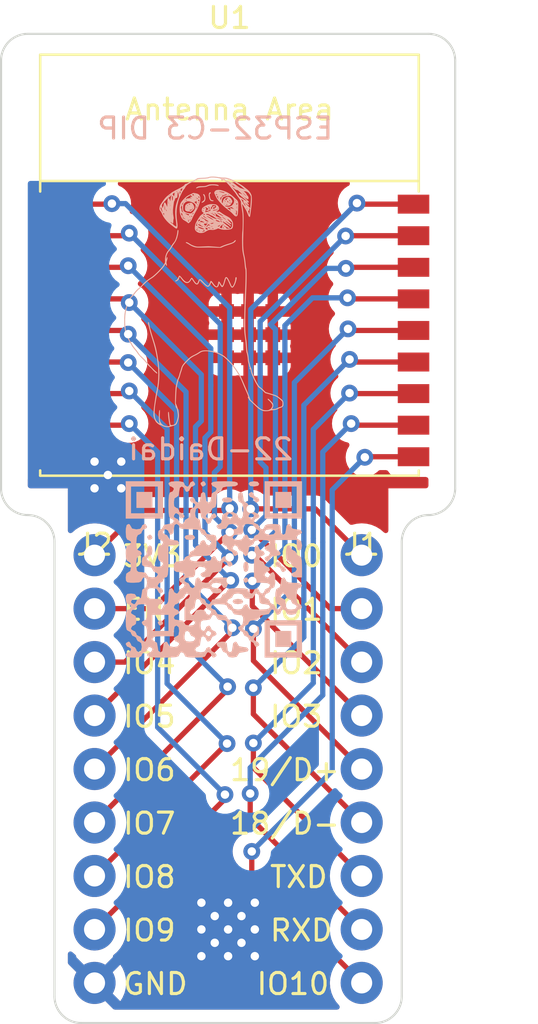
<source format=kicad_pcb>
(kicad_pcb (version 20221018) (generator pcbnew)
  (layers (0 "F.Cu" signal) (31 "B.Cu" signal) (34 "B.Paste" user) (35 "F.Paste" user) (36 "B.SilkS" user "B.Silkscreen") (37 "F.SilkS" user "F.Silkscreen") (38 "B.Mask" user) (39 "F.Mask" user) (44 "Edge.Cuts" user))
  (net 0 "")
  (net 1 "+3.3V")
  (net 2 "Net-(J2-Pin_2)")
  (net 3 "Net-(J2-Pin_3)")
  (net 4 "Net-(J2-Pin_4)")
  (net 5 "Net-(J2-Pin_5)")
  (net 6 "Net-(J2-Pin_6)")
  (net 7 "Net-(J2-Pin_7)")
  (net 8 "Net-(J2-Pin_8)")
  (net 9 "GND")
  (net 10 "Net-(J1-Pin_9)")
  (net 11 "Net-(J1-Pin_8)")
  (net 12 "Net-(J1-Pin_7)")
  (net 13 "Net-(J1-Pin_6)")
  (net 14 "Net-(J1-Pin_5)")
  (net 15 "Net-(J1-Pin_4)")
  (net 16 "Net-(J1-Pin_3)")
  (net 17 "Net-(J1-Pin_2)")
  (net 18 "Net-(J1-Pin_1)")
  (footprint "1_My_CustomFootprints:Conn_Pin_1x9" (layer "F.Cu") (at 151.13 95.25)
    (fp_text reference "J1" (at 0 -0.5 unlocked) (layer "F.SilkS"))
    (fp_text value "Conn_01x09_Pin")
    (pad "1" thru_hole circle (at 0 0) (size 2 2) (drill 1) (layers "*.Cu" "*.Mask") (net 18 "Net-(J1-Pin_1)"))
    (pad "2" thru_hole circle (at 0 2.54) (size 2 2) (drill 1) (layers "*.Cu" "*.Mask") (net 17 "Net-(J1-Pin_2)"))
    (pad "3" thru_hole circle (at 0 5.08) (size 2 2) (drill 1) (layers "*.Cu" "*.Mask") (net 16 "Net-(J1-Pin_3)"))
    (pad "4" thru_hole circle (at 0 7.62) (size 2 2) (drill 1) (layers "*.Cu" "*.Mask") (net 15 "Net-(J1-Pin_4)"))
    (pad "5" thru_hole circle (at 0 10.16) (size 2 2) (drill 1) (layers "*.Cu" "*.Mask") (net 14 "Net-(J1-Pin_5)"))
    (pad "6" thru_hole circle (at 0 12.7) (size 2 2) (drill 1) (layers "*.Cu" "*.Mask") (net 13 "Net-(J1-Pin_6)"))
    (pad "7" thru_hole circle (at 0 15.24) (size 2 2) (drill 1) (layers "*.Cu" "*.Mask") (net 12 "Net-(J1-Pin_7)"))
    (pad "8" thru_hole circle (at 0 17.78) (size 2 2) (drill 1) (layers "*.Cu" "*.Mask") (net 11 "Net-(J1-Pin_8)"))
    (pad "9" thru_hole circle (at 0 20.32) (size 2 2) (drill 1) (layers "*.Cu" "*.Mask") (net 10 "Net-(J1-Pin_9)"))
  )
  (footprint "Espressif:ESP32-C3-WROOM-02" (layer "F.Cu") (at 144.845 84.475)
    (fp_text reference "U1" (at 0 -14.75) (layer "F.SilkS"))
    (fp_text value "ESP32-C3-WROOM-02")
    (fp_text user "Antenna Area" (at 0 -10.4) (layer "F.SilkS"))
    (pad "1" smd rect (at -8.75 -5.9) (size 1.5 0.9) (layers "F.Cu" "F.Paste" "F.Mask") (net 1 "+3.3V"))
    (pad "2" smd rect (at -8.75 -4.4) (size 1.5 0.9) (layers "F.Cu" "F.Paste" "F.Mask") (net 2 "Net-(J2-Pin_2)"))
    (pad "3" smd rect (at -8.75 -2.9) (size 1.5 0.9) (layers "F.Cu" "F.Paste" "F.Mask") (net 3 "Net-(J2-Pin_3)"))
    (pad "4" smd rect (at -8.75 -1.4) (size 1.5 0.9) (layers "F.Cu" "F.Paste" "F.Mask") (net 4 "Net-(J2-Pin_4)"))
    (pad "5" smd rect (at -8.75 0.1) (size 1.5 0.9) (layers "F.Cu" "F.Paste" "F.Mask") (net 5 "Net-(J2-Pin_5)"))
    (pad "6" smd rect (at -8.75 1.6) (size 1.5 0.9) (layers "F.Cu" "F.Paste" "F.Mask") (net 6 "Net-(J2-Pin_6)"))
    (pad "7" smd rect (at -8.75 3.1) (size 1.5 0.9) (layers "F.Cu" "F.Paste" "F.Mask") (net 7 "Net-(J2-Pin_7)"))
    (pad "8" smd rect (at -8.75 4.6) (size 1.5 0.9) (layers "F.Cu" "F.Paste" "F.Mask") (net 8 "Net-(J2-Pin_8)"))
    (pad "9" smd rect (at -8.75 6.1) (size 1.5 0.9) (layers "F.Cu" "F.Paste" "F.Mask") (net 9 "GND"))
    (pad "10" smd rect (at 8.75 6.1 180) (size 1.5 0.9) (layers "F.Cu" "F.Paste" "F.Mask") (net 10 "Net-(J1-Pin_9)"))
    (pad "11" smd rect (at 8.75 4.6 180) (size 1.5 0.9) (layers "F.Cu" "F.Paste" "F.Mask") (net 11 "Net-(J1-Pin_8)"))
    (pad "12" smd rect (at 8.75 3.1 180) (size 1.5 0.9) (layers "F.Cu" "F.Paste" "F.Mask") (net 12 "Net-(J1-Pin_7)"))
    (pad "13" smd rect (at 8.75 1.6 180) (size 1.5 0.9) (layers "F.Cu" "F.Paste" "F.Mask") (net 13 "Net-(J1-Pin_6)"))
    (pad "14" smd rect (at 8.75 0.1 180) (size 1.5 0.9) (layers "F.Cu" "F.Paste" "F.Mask") (net 14 "Net-(J1-Pin_5)"))
    (pad "15" smd rect (at 8.75 -1.4 180) (size 1.5 0.9) (layers "F.Cu" "F.Paste" "F.Mask") (net 15 "Net-(J1-Pin_4)"))
    (pad "16" smd rect (at 8.75 -2.9 180) (size 1.5 0.9) (layers "F.Cu" "F.Paste" "F.Mask") (net 16 "Net-(J1-Pin_3)"))
    (pad "17" smd rect (at 8.75 -4.4 180) (size 1.5 0.9) (layers "F.Cu" "F.Paste" "F.Mask") (net 17 "Net-(J1-Pin_2)"))
    (pad "18" smd rect (at 8.75 -5.9 180) (size 1.5 0.9) (layers "F.Cu" "F.Paste" "F.Mask") (net 18 "Net-(J1-Pin_1)"))
    (pad "19" smd rect (at -0.14 -0.8 180) (size 0.7 0.7) (layers "F.Cu" "F.Paste" "F.Mask") (net 9 "GND"))
    (pad "19" smd rect (at -0.14 0.3 180) (size 0.7 0.7) (layers "F.Cu" "F.Paste" "F.Mask") (net 9 "GND"))
    (pad "19" smd rect (at -0.14 1.4 180) (size 0.7 0.7) (layers "F.Cu" "F.Paste" "F.Mask") (net 9 "GND"))
    (pad "19" smd rect (at 0.91 -0.8 180) (size 0.7 0.7) (layers "F.Cu" "F.Paste" "F.Mask") (net 9 "GND"))
    (pad "19" smd rect (at 0.91 0.3 180) (size 0.7 0.7) (layers "F.Cu" "F.Paste" "F.Mask") (net 9 "GND"))
    (pad "19" smd rect (at 0.91 1.4 180) (size 0.7 0.7) (layers "F.Cu" "F.Paste" "F.Mask") (net 9 "GND"))
    (pad "19" smd rect (at 2.06 -0.8 180) (size 0.7 0.7) (layers "F.Cu" "F.Paste" "F.Mask") (net 9 "GND"))
    (pad "19" smd rect (at 2.06 0.3 180) (size 0.7 0.7) (layers "F.Cu" "F.Paste" "F.Mask") (net 9 "GND"))
    (pad "19" smd rect (at 2.06 1.4 180) (size 0.7 0.7) (layers "F.Cu" "F.Paste" "F.Mask") (net 9 "GND"))
    (zone (net 0) (net_name "") (layers "*.Cu") (name "antenna keepout") (connect_pads (clearance 0)) (min_thickness 0.254)
      (keepout (tracks not_allowed) (vias not_allowed) (pads not_allowed) (copperpour not_allowed) (footprints not_allowed))
      (fill (thermal_gap 0.508) (thermal_bridge_width 0.508))
      (polygon (pts (xy 153.845 77.475) (xy 135.845 77.475) (xy 135.845 71.475) (xy 153.845 71.475)))
    )
  )
  (footprint "1_My_CustomFootprints:Conn_Pin_1x9" (layer "F.Cu") (at 138.43 95.25)
    (fp_text reference "J2" (at 0 -0.5 unlocked) (layer "F.SilkS"))
    (fp_text value "Conn_01x09_Pin")
    (pad "1" thru_hole circle (at 0 0) (size 2 2) (drill 1) (layers "*.Cu" "*.Mask") (net 1 "+3.3V"))
    (pad "2" thru_hole circle (at 0 2.54) (size 2 2) (drill 1) (layers "*.Cu" "*.Mask") (net 2 "Net-(J2-Pin_2)"))
    (pad "3" thru_hole circle (at 0 5.08) (size 2 2) (drill 1) (layers "*.Cu" "*.Mask") (net 3 "Net-(J2-Pin_3)"))
    (pad "4" thru_hole circle (at 0 7.62) (size 2 2) (drill 1) (layers "*.Cu" "*.Mask") (net 4 "Net-(J2-Pin_4)"))
    (pad "5" thru_hole circle (at 0 10.16) (size 2 2) (drill 1) (layers "*.Cu" "*.Mask") (net 5 "Net-(J2-Pin_5)"))
    (pad "6" thru_hole circle (at 0 12.7) (size 2 2) (drill 1) (layers "*.Cu" "*.Mask") (net 6 "Net-(J2-Pin_6)"))
    (pad "7" thru_hole circle (at 0 15.24) (size 2 2) (drill 1) (layers "*.Cu" "*.Mask") (net 7 "Net-(J2-Pin_7)"))
    (pad "8" thru_hole circle (at 0 17.78) (size 2 2) (drill 1) (layers "*.Cu" "*.Mask") (net 8 "Net-(J2-Pin_8)"))
    (pad "9" thru_hole circle (at 0 20.32) (size 2 2) (drill 1) (layers "*.Cu" "*.Mask") (net 9 "GND"))
  )
  (footprint "MyLogos:Apo15x15" (layer "F.Cu") (at 143.51 83.82)
    (fp_text reference "G***" hide)
    (fp_text value "LOGO" hide)
  )
  (footprint "MyLogos:myQR" (layer "F.Cu") (at 144.145 95.885)
    (fp_text reference " " hide)
    (fp_text value "LOGO" hide)
  )
  (gr_arc (start 137.795 117.475) (mid 136.896974 117.103026) (end 136.525 116.205) (stroke (width 0.1)) (layer "Edge.Cuts"))
  (gr_line (start 155.575 71.755) (end 155.575 92.075) (stroke (width 0.1)) (layer "Edge.Cuts"))
  (gr_arc (start 135.255 93.345) (mid 134.356974 92.973026) (end 133.985 92.075) (stroke (width 0.1)) (layer "Edge.Cuts"))
  (gr_arc (start 153.035 116.205) (mid 152.663026 117.103026) (end 151.765 117.475) (stroke (width 0.1)) (layer "Edge.Cuts"))
  (gr_arc (start 153.035 94.615) (mid 153.406974 93.716974) (end 154.305 93.345) (stroke (width 0.1)) (layer "Edge.Cuts"))
  (gr_arc (start 135.255 93.345) (mid 136.153026 93.716974) (end 136.525 94.615) (stroke (width 0.1)) (layer "Edge.Cuts"))
  (gr_line (start 153.035 94.615) (end 153.035 116.205) (stroke (width 0.1)) (layer "Edge.Cuts"))
  (gr_arc (start 155.575 92.075) (mid 155.203026 92.973026) (end 154.305 93.345) (stroke (width 0.1)) (layer "Edge.Cuts"))
  (gr_line (start 135.255 70.485) (end 154.305 70.485) (stroke (width 0.1)) (layer "Edge.Cuts"))
  (gr_line (start 133.985 92.075) (end 133.985 71.755) (stroke (width 0.1)) (layer "Edge.Cuts"))
  (gr_line (start 136.525 116.205) (end 136.525 94.615) (stroke (width 0.1)) (layer "Edge.Cuts"))
  (gr_arc (start 154.305 70.485) (mid 155.203026 70.856974) (end 155.575 71.755) (stroke (width 0.1)) (layer "Edge.Cuts"))
  (gr_line (start 151.765 117.475) (end 137.795 117.475) (stroke (width 0.1)) (layer "Edge.Cuts"))
  (gr_arc (start 133.985 71.755) (mid 134.356974 70.856974) (end 135.255 70.485) (stroke (width 0.1)) (layer "Edge.Cuts"))
  (gr_text "ESP32-C3 DIP" (at 149.86 75.565) (layer "B.SilkS") (effects (font (size 1 1)) (justify left bottom mirror)))
  (gr_text "22-Daidai\n" (at 147.955 90.805) (layer "B.SilkS") (effects (font (size 1 1)) (justify left bottom mirror)))
  (gr_text "RXD\n" (at 146.685 113.665) (layer "F.SilkS") (effects (font (size 1 1)) (justify left bottom)))
  (gr_text "IO7" (at 139.7 108.585) (layer "F.SilkS") (effects (font (size 1 1)) (justify left bottom)))
  (gr_text "IO9" (at 139.7 113.665) (layer "F.SilkS") (effects (font (size 1 1)) (justify left bottom)))
  (gr_text "IO0" (at 146.685 95.885) (layer "F.SilkS") (effects (font (size 1 1)) (justify left bottom)))
  (gr_text "IO6" (at 139.7 106.045) (layer "F.SilkS") (effects (font (size 1 1)) (justify left bottom)))
  (gr_text "IO10\n" (at 146.05 116.205) (layer "F.SilkS") (effects (font (size 1 1)) (justify left bottom)))
  (gr_text "GND\n" (at 139.7 116.205) (layer "F.SilkS") (effects (font (size 1 1)) (justify left bottom)))
  (gr_text "18/D-" (at 144.78 108.585) (layer "F.SilkS") (effects (font (size 1 1)) (justify left bottom)))
  (gr_text "IO2" (at 146.685 100.965) (layer "F.SilkS") (effects (font (size 1 1)) (justify left bottom)))
  (gr_text "EN\n" (at 139.7 98.425) (layer "F.SilkS") (effects (font (size 1 1)) (justify left bottom)))
  (gr_text "IO3" (at 146.685 103.505) (layer "F.SilkS") (effects (font (size 1 1)) (justify left bottom)))
  (gr_text "IO8" (at 139.7 111.125) (layer "F.SilkS") (effects (font (size 1 1)) (justify left bottom)))
  (gr_text "19/D+\n" (at 144.78 106.045) (layer "F.SilkS") (effects (font (size 1 1)) (justify left bottom)))
  (gr_text "IO1\n" (at 146.685 98.425) (layer "F.SilkS") (effects (font (size 1 1)) (justify left bottom)))
  (gr_text "IO5" (at 139.7 103.505) (layer "F.SilkS") (effects (font (size 1 1)) (justify left bottom)))
  (gr_text "TXD\n" (at 146.685 111.125) (layer "F.SilkS") (effects (font (size 1 1)) (justify left bottom)))
  (gr_text "3V3" (at 139.7 95.885) (layer "F.SilkS") (effects (font (size 1 1)) (justify left bottom)))
  (gr_text "IO4" (at 139.7 100.965) (layer "F.SilkS") (effects (font (size 1 1)) (justify left bottom)))
  (segment (start 144.855 93.025) (end 144.755 93.125) (width 0.25) (layer "F.Cu") (net 1))
  (segment (start 140.455 93.225) (end 138.43 95.25) (width 0.25) (layer "F.Cu") (net 1))
  (segment (start 136.095 78.575) (end 139.23 78.575) (width 0.25) (layer "F.Cu") (net 1))
  (segment (start 140.455 93.125) (end 140.455 93.225) (width 0.25) (layer "F.Cu") (net 1))
  (segment (start 139.23 78.575) (end 139.255 78.55) (width 0.25) (layer "F.Cu") (net 1))
  (segment (start 144.755 93.125) (end 140.455 93.125) (width 0.25) (layer "F.Cu") (net 1))
  (via (at 139.255 78.55) (size 0.8) (drill 0.4) (layers "F.Cu" "B.Cu") (net 1))
  (via (at 144.855 93.025) (size 0.8) (drill 0.4) (layers "F.Cu" "B.Cu") (net 1))
  (segment (start 144.855 83.5) (end 144.855 93.025) (width 0.25) (layer "B.Cu") (net 1))
  (segment (start 139.905 78.55) (end 144.855 83.5) (width 0.25) (layer "B.Cu") (net 1))
  (segment (start 139.255 78.55) (end 139.905 78.55) (width 0.25) (layer "B.Cu") (net 1))
  (segment (start 136.095 80.075) (end 139.955 80.075) (width 0.25) (layer "F.Cu") (net 2))
  (segment (start 141.215 97.79) (end 138.43 97.79) (width 0.25) (layer "F.Cu") (net 2))
  (segment (start 144.855 94.15) (end 141.215 97.79) (width 0.25) (layer "F.Cu") (net 2))
  (segment (start 139.955 80.075) (end 140.08 79.95) (width 0.25) (layer "F.Cu") (net 2))
  (via (at 144.855 94.15) (size 0.8) (drill 0.4) (layers "F.Cu" "B.Cu") (net 2))
  (via (at 140.08 79.95) (size 0.8) (drill 0.4) (layers "F.Cu" "B.Cu") (net 2))
  (segment (start 144.13 93.425) (end 144.855 94.15) (width 0.25) (layer "B.Cu") (net 2))
  (segment (start 144.405 84.275) (end 144.405 91.05) (width 0.25) (layer "B.Cu") (net 2))
  (segment (start 144.13 91.325) (end 144.13 93.425) (width 0.25) (layer "B.Cu") (net 2))
  (segment (start 140.08 79.95) (end 144.405 84.275) (width 0.25) (layer "B.Cu") (net 2))
  (segment (start 144.405 91.05) (end 144.13 91.325) (width 0.25) (layer "B.Cu") (net 2))
  (segment (start 136.095 81.575) (end 139.955 81.575) (width 0.25) (layer "F.Cu") (net 3))
  (segment (start 144.855 95.35) (end 139.875 100.33) (width 0.25) (layer "F.Cu") (net 3))
  (segment (start 139.955 81.575) (end 140.03 81.5) (width 0.25) (layer "F.Cu") (net 3))
  (segment (start 139.875 100.33) (end 138.43 100.33) (width 0.25) (layer "F.Cu") (net 3))
  (via (at 140.03 81.5) (size 0.8) (drill 0.4) (layers "F.Cu" "B.Cu") (net 3))
  (via (at 144.855 95.35) (size 0.8) (drill 0.4) (layers "F.Cu" "B.Cu") (net 3))
  (segment (start 143.955 89.4) (end 143.68 89.675) (width 0.25) (layer "B.Cu") (net 3))
  (segment (start 143.68 94.175) (end 144.855 95.35) (width 0.25) (layer "B.Cu") (net 3))
  (segment (start 143.68 89.675) (end 143.68 94.175) (width 0.25) (layer "B.Cu") (net 3))
  (segment (start 140.03 81.5) (end 143.955 85.425) (width 0.25) (layer "B.Cu") (net 3))
  (segment (start 143.955 87.225) (end 143.955 87.125) (width 0.25) (layer "B.Cu") (net 3))
  (segment (start 143.955 85.425) (end 143.955 87.225) (width 0.25) (layer "B.Cu") (net 3))
  (segment (start 143.955 87.125) (end 143.955 89.225) (width 0.25) (layer "B.Cu") (net 3))
  (segment (start 143.955 89.225) (end 143.955 89.4) (width 0.25) (layer "B.Cu") (net 3))
  (segment (start 139.905 83.075) (end 140.08 83.25) (width 0.25) (layer "F.Cu") (net 4))
  (segment (start 136.095 83.075) (end 139.905 83.075) (width 0.25) (layer "F.Cu") (net 4))
  (segment (start 144.85 96.45) (end 138.43 102.87) (width 0.25) (layer "F.Cu") (net 4))
  (segment (start 144.905 96.45) (end 144.85 96.45) (width 0.25) (layer "F.Cu") (net 4))
  (via (at 144.905 96.45) (size 0.8) (drill 0.4) (layers "F.Cu" "B.Cu") (net 4))
  (via (at 140.08 83.25) (size 0.8) (drill 0.4) (layers "F.Cu" "B.Cu") (net 4))
  (segment (start 143.23 94.775) (end 144.905 96.45) (width 0.25) (layer "B.Cu") (net 4))
  (segment (start 143.23 89.15) (end 143.23 94.775) (width 0.25) (layer "B.Cu") (net 4))
  (segment (start 143.505 86.675) (end 143.505 88.875) (width 0.25) (layer "B.Cu") (net 4))
  (segment (start 140.08 83.25) (end 143.505 86.675) (width 0.25) (layer "B.Cu") (net 4))
  (segment (start 143.505 88.875) (end 143.23 89.15) (width 0.25) (layer "B.Cu") (net 4))
  (segment (start 139.855 84.575) (end 140.03 84.75) (width 0.25) (layer "F.Cu") (net 5))
  (segment (start 144.984366 98.699002) (end 144.984366 98.855634) (width 0.25) (layer "F.Cu") (net 5))
  (segment (start 144.984366 98.855634) (end 138.43 105.41) (width 0.25) (layer "F.Cu") (net 5))
  (segment (start 136.095 84.575) (end 139.855 84.575) (width 0.25) (layer "F.Cu") (net 5))
  (via (at 140.03 84.75) (size 0.8) (drill 0.4) (layers "F.Cu" "B.Cu") (net 5))
  (via (at 144.984366 98.699002) (size 0.8) (drill 0.4) (layers "F.Cu" "B.Cu") (net 5))
  (segment (start 142.78 91.15) (end 142.78 96.494636) (width 0.25) (layer "B.Cu") (net 5))
  (segment (start 142.78 96.494636) (end 144.984366 98.699002) (width 0.25) (layer "B.Cu") (net 5))
  (segment (start 140.03 84.75) (end 142.78 87.5) (width 0.25) (layer "B.Cu") (net 5))
  (segment (start 142.78 87.5) (end 142.78 91.15) (width 0.25) (layer "B.Cu") (net 5))
  (segment (start 144.755 101.625) (end 138.43 107.95) (width 0.25) (layer "F.Cu") (net 6))
  (segment (start 144.755 101.5) (end 144.755 101.625) (width 0.25) (layer "F.Cu") (net 6))
  (segment (start 140.005 86.075) (end 140.03 86.1) (width 0.25) (layer "F.Cu") (net 6))
  (segment (start 136.095 86.075) (end 140.005 86.075) (width 0.25) (layer "F.Cu") (net 6))
  (via (at 144.755 101.5) (size 0.8) (drill 0.4) (layers "F.Cu" "B.Cu") (net 6))
  (via (at 140.03 86.1) (size 0.8) (drill 0.4) (layers "F.Cu" "B.Cu") (net 6))
  (segment (start 142.33 93.275) (end 142.33 99.075) (width 0.25) (layer "B.Cu") (net 6))
  (segment (start 140.03 86.1) (end 142.33 88.4) (width 0.25) (layer "B.Cu") (net 6))
  (segment (start 142.33 99.075) (end 144.755 101.5) (width 0.25) (layer "B.Cu") (net 6))
  (segment (start 142.33 88.4) (end 142.33 93.275) (width 0.25) (layer "B.Cu") (net 6))
  (segment (start 136.095 87.575) (end 139.955 87.575) (width 0.25) (layer "F.Cu") (net 7))
  (segment (start 144.73 104.2) (end 144.72 104.2) (width 0.25) (layer "F.Cu") (net 7))
  (segment (start 144.72 104.2) (end 138.43 110.49) (width 0.25) (layer "F.Cu") (net 7))
  (segment (start 139.955 87.575) (end 140.08 87.45) (width 0.25) (layer "F.Cu") (net 7))
  (via (at 144.73 104.2) (size 0.8) (drill 0.4) (layers "F.Cu" "B.Cu") (net 7))
  (via (at 140.08 87.45) (size 0.8) (drill 0.4) (layers "F.Cu" "B.Cu") (net 7))
  (segment (start 140.08 87.45) (end 141.88 89.25) (width 0.25) (layer "B.Cu") (net 7))
  (segment (start 141.88 93.7) (end 141.88 101.35) (width 0.25) (layer "B.Cu") (net 7))
  (segment (start 141.88 101.35) (end 144.73 104.2) (width 0.25) (layer "B.Cu") (net 7))
  (segment (start 141.88 89.25) (end 141.88 93.7) (width 0.25) (layer "B.Cu") (net 7))
  (segment (start 144.63 106.83) (end 138.43 113.03) (width 0.25) (layer "F.Cu") (net 8))
  (segment (start 144.63 106.625) (end 144.63 106.83) (width 0.25) (layer "F.Cu") (net 8))
  (segment (start 136.095 89.075) (end 140.005 89.075) (width 0.25) (layer "F.Cu") (net 8))
  (segment (start 140.005 89.075) (end 140.08 89) (width 0.25) (layer "F.Cu") (net 8))
  (via (at 140.08 89) (size 0.8) (drill 0.4) (layers "F.Cu" "B.Cu") (net 8))
  (via (at 144.63 106.625) (size 0.8) (drill 0.4) (layers "F.Cu" "B.Cu") (net 8))
  (segment (start 140.08 89) (end 141.43 90.35) (width 0.25) (layer "B.Cu") (net 8))
  (segment (start 141.43 97.05) (end 141.43 103.425) (width 0.25) (layer "B.Cu") (net 8))
  (segment (start 141.43 103.425) (end 144.63 106.625) (width 0.25) (layer "B.Cu") (net 8))
  (segment (start 141.43 90.35) (end 141.43 97.05) (width 0.25) (layer "B.Cu") (net 8))
  (via (at 143.51 111.76) (size 0.8) (drill 0.4) (layers "F.Cu" "B.Cu") (net 9))
  (via (at 144.78 114.3) (size 0.8) (drill 0.4) (layers "F.Cu" "B.Cu") (net 9))
  (via (at 146.05 114.3) (size 0.8) (drill 0.4) (layers "F.Cu" "B.Cu") (net 9))
  (via (at 144.145 112.395) (size 0.8) (drill 0.4) (layers "F.Cu" "B.Cu") (net 9))
  (via (at 144.78 113.03) (size 0.8) (drill 0.4) (layers "F.Cu" "B.Cu") (net 9))
  (via (at 144.145 113.665) (size 0.8) (drill 0.4) (layers "F.Cu" "B.Cu") (net 9))
  (via (at 139.7 90.805) (size 0.8) (drill 0.4) (layers "F.Cu" "B.Cu") (net 9))
  (via (at 143.51 113.03) (size 0.8) (drill 0.4) (layers "F.Cu" "B.Cu") (net 9))
  (via (at 146.05 113.03) (size 0.8) (drill 0.4) (layers "F.Cu" "B.Cu") (net 9))
  (via (at 146.05 111.76) (size 0.8) (drill 0.4) (layers "F.Cu" "B.Cu") (net 9))
  (via (at 145.415 112.395) (size 0.8) (drill 0.4) (layers "F.Cu" "B.Cu") (net 9))
  (via (at 139.7 92.075) (size 0.8) (drill 0.4) (layers "F.Cu" "B.Cu") (net 9))
  (via (at 139.065 91.44) (size 0.8) (drill 0.4) (layers "F.Cu" "B.Cu") (net 9))
  (via (at 138.43 90.805) (size 0.8) (drill 0.4) (layers "F.Cu" "B.Cu") (net 9))
  (via (at 138.43 92.075) (size 0.8) (drill 0.4) (layers "F.Cu" "B.Cu") (net 9))
  (via (at 143.51 114.3) (size 0.8) (drill 0.4) (layers "F.Cu" "B.Cu") (net 9))
  (via (at 145.415 113.665) (size 0.8) (drill 0.4) (layers "F.Cu" "B.Cu") (net 9))
  (via (at 144.78 111.76) (size 0.8) (drill 0.4) (layers "F.Cu" "B.Cu") (net 9))
  (segment (start 151.305 90.575) (end 151.28 90.6) (width 0.25) (layer "F.Cu") (net 10))
  (segment (start 145.905 109.325) (end 145.905 110.345) (width 0.25) (layer "F.Cu") (net 10))
  (segment (start 153.595 90.575) (end 151.305 90.575) (width 0.25) (layer "F.Cu") (net 10))
  (segment (start 145.905 110.345) (end 151.13 115.57) (width 0.25) (layer "F.Cu") (net 10))
  (via (at 151.28 90.6) (size 0.8) (drill 0.4) (layers "F.Cu" "B.Cu") (net 10))
  (via (at 145.905 109.325) (size 0.8) (drill 0.4) (layers "F.Cu" "B.Cu") (net 10))
  (segment (start 149.73 92.15) (end 149.73 105.5) (width 0.25) (layer "B.Cu") (net 10))
  (segment (start 151.28 90.6) (end 149.73 92.15) (width 0.25) (layer "B.Cu") (net 10))
  (segment (start 149.73 105.5) (end 145.905 109.325) (width 0.25) (layer "B.Cu") (net 10))
  (segment (start 145.83 106.575) (end 145.83 107.73) (width 0.25) (layer "F.Cu") (net 11))
  (segment (start 150.705 89.075) (end 150.63 89) (width 0.25) (layer "F.Cu") (net 11))
  (segment (start 153.595 89.075) (end 150.705 89.075) (width 0.25) (layer "F.Cu") (net 11))
  (segment (start 145.83 107.73) (end 151.13 113.03) (width 0.25) (layer "F.Cu") (net 11))
  (via (at 145.83 106.575) (size 0.8) (drill 0.4) (layers "F.Cu" "B.Cu") (net 11))
  (via (at 150.63 89) (size 0.8) (drill 0.4) (layers "F.Cu" "B.Cu") (net 11))
  (segment (start 149.28 90.35) (end 149.28 94.636396) (width 0.25) (layer "B.Cu") (net 11))
  (segment (start 149.28 94.636396) (end 149.28 101.900305) (width 0.25) (layer "B.Cu") (net 11))
  (segment (start 150.63 89) (end 149.28 90.35) (width 0.25) (layer "B.Cu") (net 11))
  (segment (start 149.28 101.900305) (end 145.83 105.350305) (width 0.25) (layer "B.Cu") (net 11))
  (segment (start 145.83 105.350305) (end 145.83 106.575) (width 0.25) (layer "B.Cu") (net 11))
  (segment (start 153.595 87.575) (end 150.58 87.575) (width 0.25) (layer "F.Cu") (net 12))
  (segment (start 145.98 105.34) (end 151.13 110.49) (width 0.25) (layer "F.Cu") (net 12))
  (segment (start 145.98 104.175) (end 145.98 105.34) (width 0.25) (layer "F.Cu") (net 12))
  (segment (start 150.58 87.575) (end 150.555 87.55) (width 0.25) (layer "F.Cu") (net 12))
  (via (at 150.555 87.55) (size 0.8) (drill 0.4) (layers "F.Cu" "B.Cu") (net 12))
  (via (at 145.98 104.175) (size 0.8) (drill 0.4) (layers "F.Cu" "B.Cu") (net 12))
  (segment (start 148.83 89.275) (end 148.83 94.45) (width 0.25) (layer "B.Cu") (net 12))
  (segment (start 148.83 101.325) (end 145.98 104.175) (width 0.25) (layer "B.Cu") (net 12))
  (segment (start 148.83 94.45) (end 148.83 101.325) (width 0.25) (layer "B.Cu") (net 12))
  (segment (start 150.555 87.55) (end 148.83 89.275) (width 0.25) (layer "B.Cu") (net 12))
  (segment (start 150.68 86.075) (end 150.555 85.95) (width 0.25) (layer "F.Cu") (net 13))
  (segment (start 145.98 102.8) (end 151.13 107.95) (width 0.25) (layer "F.Cu") (net 13))
  (segment (start 145.98 101.55) (end 145.98 102.8) (width 0.25) (layer "F.Cu") (net 13))
  (segment (start 153.595 86.075) (end 150.68 86.075) (width 0.25) (layer "F.Cu") (net 13))
  (via (at 150.555 85.95) (size 0.8) (drill 0.4) (layers "F.Cu" "B.Cu") (net 13))
  (via (at 145.98 101.55) (size 0.8) (drill 0.4) (layers "F.Cu" "B.Cu") (net 13))
  (segment (start 148.38 99.15) (end 145.98 101.55) (width 0.25) (layer "B.Cu") (net 13))
  (segment (start 148.38 88.125) (end 148.38 92.625) (width 0.25) (layer "B.Cu") (net 13))
  (segment (start 148.38 92.625) (end 148.38 99.15) (width 0.25) (layer "B.Cu") (net 13))
  (segment (start 150.555 85.95) (end 148.38 88.125) (width 0.25) (layer "B.Cu") (net 13))
  (segment (start 145.982701 98.747299) (end 145.982701 100.262701) (width 0.25) (layer "F.Cu") (net 14))
  (segment (start 145.982701 100.262701) (end 151.13 105.41) (width 0.25) (layer "F.Cu") (net 14))
  (segment (start 150.555 84.575) (end 150.48 84.5) (width 0.25) (layer "F.Cu") (net 14))
  (segment (start 153.595 84.575) (end 150.555 84.575) (width 0.25) (layer "F.Cu") (net 14))
  (via (at 150.48 84.5) (size 0.8) (drill 0.4) (layers "F.Cu" "B.Cu") (net 14))
  (via (at 145.982701 98.747299) (size 0.8) (drill 0.4) (layers "F.Cu" "B.Cu") (net 14))
  (segment (start 147.93 87.05) (end 147.93 90.2) (width 0.25) (layer "B.Cu") (net 14))
  (segment (start 147.93 96.8) (end 145.982701 98.747299) (width 0.25) (layer "B.Cu") (net 14))
  (segment (start 150.48 84.5) (end 147.93 87.05) (width 0.25) (layer "B.Cu") (net 14))
  (segment (start 147.93 90.2) (end 147.93 96.8) (width 0.25) (layer "B.Cu") (net 14))
  (segment (start 153.595 83.075) (end 150.505 83.075) (width 0.25) (layer "F.Cu") (net 15))
  (segment (start 145.93 96.475) (end 145.93 97.67) (width 0.25) (layer "F.Cu") (net 15))
  (segment (start 150.505 83.075) (end 150.455 83.025) (width 0.25) (layer "F.Cu") (net 15))
  (segment (start 145.93 97.67) (end 151.13 102.87) (width 0.25) (layer "F.Cu") (net 15))
  (via (at 150.455 83.025) (size 0.8) (drill 0.4) (layers "F.Cu" "B.Cu") (net 15))
  (via (at 145.93 96.475) (size 0.8) (drill 0.4) (layers "F.Cu" "B.Cu") (net 15))
  (segment (start 147.48 94.925) (end 145.93 96.475) (width 0.25) (layer "B.Cu") (net 15))
  (segment (start 147.48 84.975) (end 147.48 94.925) (width 0.25) (layer "B.Cu") (net 15))
  (segment (start 148.793604 83.025) (end 147.48 84.338604) (width 0.25) (layer "B.Cu") (net 15))
  (segment (start 147.48 84.338604) (end 147.48 84.975) (width 0.25) (layer "B.Cu") (net 15))
  (segment (start 150.455 83.025) (end 148.793604 83.025) (width 0.25) (layer "B.Cu") (net 15))
  (segment (start 153.595 81.575) (end 150.43 81.575) (width 0.25) (layer "F.Cu") (net 16))
  (segment (start 145.905 95.25) (end 146.05 95.25) (width 0.25) (layer "F.Cu") (net 16))
  (segment (start 150.43 81.575) (end 150.38 81.625) (width 0.25) (layer "F.Cu") (net 16))
  (segment (start 146.05 95.25) (end 151.13 100.33) (width 0.25) (layer "F.Cu") (net 16))
  (via (at 145.905 95.25) (size 0.8) (drill 0.4) (layers "F.Cu" "B.Cu") (net 16))
  (via (at 150.38 81.625) (size 0.8) (drill 0.4) (layers "F.Cu" "B.Cu") (net 16))
  (segment (start 149.465994 81.625) (end 146.797997 84.292997) (width 0.25) (layer "B.Cu") (net 16))
  (segment (start 147.03 94.125) (end 145.905 95.25) (width 0.25) (layer "B.Cu") (net 16))
  (segment (start 147.03 84.525) (end 147.03 94.125) (width 0.25) (layer "B.Cu") (net 16))
  (segment (start 146.797997 84.292997) (end 147.03 84.525) (width 0.25) (layer "B.Cu") (net 16))
  (segment (start 150.38 81.625) (end 149.465994 81.625) (width 0.25) (layer "B.Cu") (net 16))
  (segment (start 145.906189 94.048191) (end 149.647998 97.79) (width 0.25) (layer "F.Cu") (net 17))
  (segment (start 150.379598 80.075) (end 150.367299 80.087299) (width 0.25) (layer "F.Cu") (net 17))
  (segment (start 153.595 80.075) (end 150.379598 80.075) (width 0.25) (layer "F.Cu") (net 17))
  (segment (start 149.647998 97.79) (end 151.13 97.79) (width 0.25) (layer "F.Cu") (net 17))
  (via (at 145.906189 94.048191) (size 0.8) (drill 0.4) (layers "F.Cu" "B.Cu") (net 17))
  (via (at 150.367299 80.087299) (size 0.8) (drill 0.4) (layers "F.Cu" "B.Cu") (net 17))
  (segment (start 146.58 91.1) (end 146.58 93.37438) (width 0.25) (layer "B.Cu") (net 17))
  (segment (start 146.305 84.149598) (end 146.305 90.825) (width 0.25) (layer "B.Cu") (net 17))
  (segment (start 146.305 90.825) (end 146.58 91.1) (width 0.25) (layer "B.Cu") (net 17))
  (segment (start 146.58 93.37438) (end 145.906189 94.048191) (width 0.25) (layer "B.Cu") (net 17))
  (segment (start 150.367299 80.087299) (end 146.305 84.149598) (width 0.25) (layer "B.Cu") (net 17))
  (segment (start 150.955 78.575) (end 150.905 78.525) (width 0.25) (layer "F.Cu") (net 18))
  (segment (start 145.855 93.05) (end 148.93 93.05) (width 0.25) (layer "F.Cu") (net 18))
  (segment (start 153.595 78.575) (end 150.955 78.575) (width 0.25) (layer "F.Cu") (net 18))
  (segment (start 148.93 93.05) (end 151.13 95.25) (width 0.25) (layer "F.Cu") (net 18))
  (via (at 150.905 78.525) (size 0.8) (drill 0.4) (layers "F.Cu" "B.Cu") (net 18))
  (via (at 145.855 93.05) (size 0.8) (drill 0.4) (layers "F.Cu" "B.Cu") (net 18))
  (segment (start 150.905 78.525) (end 145.855 83.575) (width 0.25) (layer "B.Cu") (net 18))
  (segment (start 145.855 83.575) (end 145.855 93.05) (width 0.25) (layer "B.Cu") (net 18))
  (zone (net 9) (net_name "GND") (layer "F.Cu") (connect_pads (clearance 0.508)) (min_thickness 0.25) (fill yes (thermal_gap 0.5) (thermal_bridge_width 0.5))
    (polygon (pts (xy 135.255 92.075) (xy 135.255 77.47) (xy 154.305 77.47) (xy 154.305 92.075) (xy 152.4 92.075) (xy 152.4 116.84) (xy 137.16 116.84) (xy 137.16 92.075)))
  )
  (zone (net 9) (net_name "GND") (layer "B.Cu") (name "GND") (priority 1) (connect_pads (clearance 0.508)) (min_thickness 0.25) (fill yes (thermal_gap 0.5) (thermal_bridge_width 0.5))
    (polygon (pts (xy 135.255 92.075) (xy 137.16 92.075) (xy 137.16 116.84) (xy 152.4 116.84) (xy 152.4 92.075) (xy 154.305 92.075) (xy 154.305 77.47) (xy 135.255 77.47)))
  )
)
</source>
